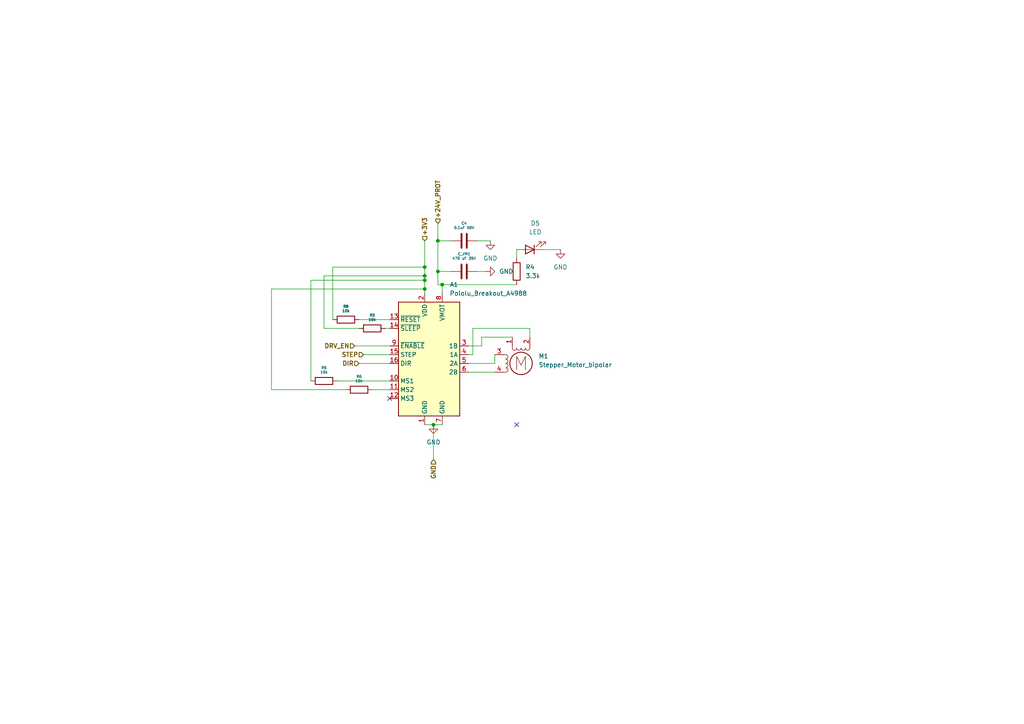
<source format=kicad_sch>
(kicad_sch (version 20250114) (generator "eeschema") (generator_version "9.0")
  (paper "A4")
  (lib_symbols
    (symbol "Device:C" (pin_numbers (hide yes)) (pin_names (offset 0.254))
      (property "Reference" "C" (at 0.635 2.54 0))
      (property "Value" "C" (at 0.635 -2.54 0))
      (symbol "C_0_1"
        (polyline (pts (xy -2.032 0.762) (xy 2.032 0.762)) (stroke (width 0.508)))
        (polyline (pts (xy -2.032 -0.762) (xy 2.032 -0.762)) (stroke (width 0.508)))
      )
      (symbol "C_1_1"
        (pin passive line (at 0 3.81 270) (length 2.794) (name "~") (number "1"))
        (pin passive line (at 0 -3.81 90) (length 2.794) (name "~") (number "2"))
      )
    )
    (symbol "Device:LED" (pin_numbers (hide yes)) (pin_names (offset 1.016) (hide yes))
      (property "Reference" "D" (at 0 2.54 0))
      (property "Value" "LED" (at 0 -2.54 0))
      (symbol "LED_0_1"
        (polyline (pts (xy -3.048 -0.762) (xy -4.572 -2.286) (xy -3.81 -2.286) (xy -4.572 -2.286) (xy -4.572 -1.524)))
        (polyline (pts (xy -1.778 -0.762) (xy -3.302 -2.286) (xy -2.54 -2.286) (xy -3.302 -2.286) (xy -3.302 -1.524)))
        (polyline (pts (xy -1.27 0) (xy 1.27 0)))
        (polyline (pts (xy -1.27 -1.27) (xy -1.27 1.27)) (stroke (width 0.254)))
        (polyline (pts (xy 1.27 -1.27) (xy 1.27 1.27) (xy -1.27 0) (xy 1.27 -1.27)) (stroke (width 0.254)))
      )
      (symbol "LED_1_1"
        (pin passive line (at -3.81 0 0) (length 2.54) (name "K") (number "1"))
        (pin passive line (at 3.81 0 180) (length 2.54) (name "A") (number "2"))
      )
    )
    (symbol "Device:R" (pin_numbers (hide yes)) (pin_names (offset 0))
      (property "Reference" "R" (at 2.032 0 90))
      (property "Value" "R" (at 0 0 90))
      (symbol "R_0_1"
        (rectangle (start -1.016 -2.54) (end 1.016 2.54) (stroke (width 0.254)))
      )
      (symbol "R_1_1"
        (pin passive line (at 0 3.81 270) (length 1.27) (name "~") (number "1"))
        (pin passive line (at 0 -3.81 90) (length 1.27) (name "~") (number "2"))
      )
    )
    (symbol "Driver_Motor:Pololu_Breakout_A4988"
      (property "Reference" "A" (at -2.54 19.05 0))
      (property "Value" "Pololu_Breakout_A4988" (at -2.54 16.51 0))
      (symbol "Pololu_Breakout_A4988_0_1"
        (rectangle (start 10.16 -17.78) (end -7.62 15.24) (stroke (width 0.254)) (fill (type background)))
      )
      (symbol "Pololu_Breakout_A4988_1_1"
        (pin input line (at -10.16 10.16 0) (length 2.54) (name "~{RESET}") (number "13"))
        (pin input line (at -10.16 7.62 0) (length 2.54) (name "~{SLEEP}") (number "14"))
        (pin input line (at -10.16 2.54 0) (length 2.54) (name "~{ENABLE}") (number "9"))
        (pin input line (at -10.16 0 0) (length 2.54) (name "STEP") (number "15"))
        (pin input line (at -10.16 -2.54 0) (length 2.54) (name "DIR") (number "16"))
        (pin input line (at -10.16 -7.62 0) (length 2.54) (name "MS1") (number "10"))
        (pin input line (at -10.16 -10.16 0) (length 2.54) (name "MS2") (number "11"))
        (pin input line (at -10.16 -12.7 0) (length 2.54) (name "MS3") (number "12"))
        (pin power_in line (at 0 17.78 270) (length 2.54) (name "VDD") (number "2"))
        (pin power_in line (at 0 -20.32 90) (length 2.54) (name "GND") (number "1"))
        (pin power_in line (at 5.08 17.78 270) (length 2.54) (name "VMOT") (number "8"))
        (pin power_in line (at 5.08 -20.32 90) (length 2.54) (name "GND") (number "7"))
        (pin output line (at 12.7 2.54 180) (length 2.54) (name "1B") (number "3"))
        (pin output line (at 12.7 0 180) (length 2.54) (name "1A") (number "4"))
        (pin output line (at 12.7 -2.54 180) (length 2.54) (name "2A") (number "5"))
        (pin output line (at 12.7 -5.08 180) (length 2.54) (name "2B") (number "6"))
      )
    )
    (symbol "Motor:Stepper_Motor_bipolar" (pin_names (offset 0) (hide yes))
      (property "Reference" "M" (at 3.81 2.54 0))
      (property "Value" "Stepper_Motor_bipolar" (at 3.81 1.27 0))
      (symbol "Stepper_Motor_bipolar_0_0"
        (polyline (pts (xy -1.27 -1.778) (xy -1.27 2.032) (xy 0 -0.508) (xy 1.27 2.032) (xy 1.27 -1.778)))
      )
      (symbol "Stepper_Motor_bipolar_0_1"
        (polyline (pts (xy -5.08 2.54) (xy -4.445 2.54)))
        (polyline (pts (xy -5.08 -2.54) (xy -4.445 -2.54)))
        (arc (start -4.445 2.54) (mid -3.8127 1.905) (end -4.445 1.27))
        (arc (start -4.445 1.27) (mid -3.8127 0.635) (end -4.445 0))
        (arc (start -4.445 0) (mid -3.8127 -0.635) (end -4.445 -1.27))
        (arc (start -4.445 -1.27) (mid -3.8127 -1.905) (end -4.445 -2.54))
        (polyline (pts (xy -2.54 5.08) (xy -2.54 4.445)))
        (arc (start -1.27 4.445) (mid -1.905 3.8127) (end -2.54 4.445))
        (arc (start 0 4.445) (mid -0.635 3.8127) (end -1.27 4.445))
        (circle (center 0 0) (radius 3.2512) (stroke (width 0.254)))
        (arc (start 1.27 4.445) (mid 0.635 3.8127) (end 0 4.445))
        (arc (start 2.54 4.445) (mid 1.905 3.8127) (end 1.27 4.445))
        (polyline (pts (xy 2.54 5.08) (xy 2.54 4.445)))
      )
      (symbol "Stepper_Motor_bipolar_1_1"
        (pin passive line (at -7.62 2.54 0) (length 2.54) (name "~") (number "3"))
        (pin passive line (at -7.62 -2.54 0) (length 2.54) (name "~") (number "4"))
        (pin passive line (at -2.54 7.62 270) (length 2.54) (name "~") (number "1"))
        (pin passive line (at 2.54 7.62 270) (length 2.54) (name "-") (number "2"))
      )
    )
    (symbol "power:GND" (power) (pin_numbers (hide yes)) (pin_names (offset 0) (hide yes))
      (property "Value" "GND" (at 0 -3.81 0))
      (symbol "GND_0_1"
        (polyline (pts (xy 0 0) (xy 0 -1.27) (xy 1.27 -1.27) (xy 0 -2.54) (xy -1.27 -1.27) (xy 0 -1.27)))
      )
      (symbol "GND_1_1"
        (pin power_in line (at 0 0 270) (length 0) (name "~") (number "1"))
      )
    )
  )
  (junction (at 128.27 82.55))
  (junction (at 127 78.74))
  (junction (at 123.19 77.47))
  (junction (at 123.19 80.01))
  (junction (at 123.19 81.28))
  (junction (at 123.19 83.82))
  (junction (at 127 69.85))
  (junction (at 125.73 123.19))
  (no_connect (at 113.03 115.57))
  (no_connect (at 149.86 123.19))
  (wire (pts (xy 137.16 95.25) (xy 153.67 95.25)))
  (wire (pts (xy 137.16 102.87) (xy 137.16 95.25)))
  (wire (pts (xy 96.52 77.47) (xy 123.19 77.47)))
  (wire (pts (xy 123.19 69.85) (xy 123.19 77.47)))
  (wire (pts (xy 78.74 113.03) (xy 78.74 83.82)))
  (wire (pts (xy 97.79 110.49) (xy 113.03 110.49)))
  (wire (pts (xy 104.14 95.25) (xy 93.98 95.25)))
  (wire (pts (xy 127 78.74) (xy 130.81 78.74)))
  (wire (pts (xy 111.76 95.25) (xy 113.03 95.25)))
  (wire (pts (xy 105.41 102.87) (xy 113.03 102.87)))
  (wire (pts (xy 78.74 83.82) (xy 123.19 83.82)))
  (wire (pts (xy 125.73 123.19) (xy 125.73 133.35)))
  (wire (pts (xy 125.73 123.19) (xy 128.27 123.19)))
  (wire (pts (xy 104.14 105.41) (xy 113.03 105.41)))
  (wire (pts (xy 123.19 123.19) (xy 125.73 123.19)))
  (wire (pts (xy 100.33 113.03) (xy 78.74 113.03)))
  (wire (pts (xy 138.43 78.74) (xy 140.97 78.74)))
  (wire (pts (xy 96.52 92.71) (xy 96.52 77.47)))
  (wire (pts (xy 102.87 100.33) (xy 113.03 100.33)))
  (wire (pts (xy 135.89 105.41) (xy 143.51 105.41)))
  (wire (pts (xy 123.19 77.47) (xy 123.19 80.01)))
  (wire (pts (xy 127 69.85) (xy 127 78.74)))
  (wire (pts (xy 135.89 102.87) (xy 137.16 102.87)))
  (wire (pts (xy 104.14 92.71) (xy 113.03 92.71)))
  (wire (pts (xy 149.86 72.39) (xy 149.86 74.93)))
  (wire (pts (xy 139.7 97.79) (xy 148.59 97.79)))
  (wire (pts (xy 123.19 80.01) (xy 123.19 81.28)))
  (wire (pts (xy 123.19 83.82) (xy 123.19 85.09)))
  (wire (pts (xy 143.51 105.41) (xy 143.51 102.87)))
  (wire (pts (xy 127 64.77) (xy 127 69.85)))
  (wire (pts (xy 127 69.85) (xy 130.81 69.85)))
  (wire (pts (xy 128.27 82.55) (xy 149.86 82.55)))
  (wire (pts (xy 107.95 113.03) (xy 113.03 113.03)))
  (wire (pts (xy 128.27 82.55) (xy 128.27 85.09)))
  (wire (pts (xy 90.17 81.28) (xy 123.19 81.28)))
  (wire (pts (xy 157.48 72.39) (xy 162.56 72.39)))
  (wire (pts (xy 135.89 107.95) (xy 143.51 107.95)))
  (wire (pts (xy 127 78.74) (xy 127 82.55)))
  (wire (pts (xy 123.19 81.28) (xy 123.19 83.82)))
  (wire (pts (xy 138.43 69.85) (xy 142.24 69.85)))
  (wire (pts (xy 153.67 95.25) (xy 153.67 97.79)))
  (wire (pts (xy 93.98 95.25) (xy 93.98 80.01)))
  (wire (pts (xy 93.98 80.01) (xy 123.19 80.01)))
  (wire (pts (xy 135.89 100.33) (xy 139.7 100.33)))
  (wire (pts (xy 127 82.55) (xy 128.27 82.55)))
  (wire (pts (xy 139.7 100.33) (xy 139.7 97.79)))
  (wire (pts (xy 90.17 110.49) (xy 90.17 81.28)))
  (hierarchical_label "+24V_PROT" (shape input) (at 127 64.77 90) (effects (font (thickness 0.254) (bold yes))))
  (hierarchical_label "DIR" (shape input) (at 104.14 105.41 180) (effects (font (thickness 0.254) (bold yes))))
  (hierarchical_label "DRV_EN" (shape input) (at 102.87 100.33 180) (effects (font (thickness 0.254) (bold yes))))
  (hierarchical_label "GND" (shape input) (at 125.73 133.35 270) (effects (font (thickness 0.254) (bold yes))))
  (hierarchical_label "+3V3" (shape input) (at 123.19 69.85 90) (effects (font (thickness 0.254) (bold yes))))
  (hierarchical_label "STEP" (shape input) (at 105.41 102.87 180) (effects (font (thickness 0.254) (bold yes))))
  (symbol (lib_id "Device:C") (at 134.62 78.74 90) (unit 1)
    (property "Reference" "C_VM1" (at 134.62 73.66 90) (effects (font (size 0.762 0.762))))
    (property "Value" "470 uF 35V" (at 134.62 74.93 90) (effects (font (size 0.762 0.762))))
    (property "Description" "Unpolarized capacitor" (effects (hide yes)))
  )
  (symbol (lib_id "power:GND") (at 142.24 69.85 0) (unit 1)
    (property "Reference" "#PWR08" (effects (hide yes)))
    (property "Value" "GND" (at 142.24 74.93 0))
    (property "Description" "Power symbol creates a global label with name \"GND\" , ground" (effects (hide yes)))
  )
  (symbol (lib_id "Device:C") (at 134.62 69.85 270) (unit 1)
    (property "Reference" "C4" (at 134.62 64.77 90) (effects (font (size 0.762 0.762))))
    (property "Value" "0.1uF 50V" (at 134.62 66.04 90) (effects (font (size 0.762 0.762))))
    (property "Description" "Unpolarized capacitor" (effects (hide yes)))
  )
  (symbol (lib_id "Motor:Stepper_Motor_bipolar") (at 151.13 105.41 0) (unit 1)
    (property "Reference" "M1" (at 156.21 103.289 0) (effects (justify left)))
    (property "Value" "Stepper_Motor_bipolar" (at 156.21 105.829 0) (effects (justify left)))
    (property "Datasheet" "http://www.infineon.com/dgdl/Application-Note-TLE8110EE_driving_UniPolarStepperMotor_V1.1.pdf?fileId=db3a30431be39b97011be5d0aa0a00b0" (effects (hide yes)))
    (property "Description" "4-wire bipolar stepper motor" (effects (hide yes)))
  )
  (symbol (lib_id "Driver_Motor:Pololu_Breakout_A4988") (at 123.19 102.87 0) (unit 1)
    (property "Reference" "A1" (at 130.4133 82.55 0) (effects (justify left)))
    (property "Value" "Pololu_Breakout_A4988" (at 130.4133 85.09 0) (effects (justify left)))
    (property "Footprint" "Module:Pololu_Breakout-16_15.2x20.3mm" (effects (hide yes)))
    (property "Datasheet" "https://www.pololu.com/product/2980/pictures" (effects (hide yes)))
    (property "Description" "Pololu Breakout Board, Stepper Driver A4988" (effects (hide yes)))
  )
  (symbol (lib_id "Device:LED") (at 153.67 72.39 180) (unit 1)
    (property "Reference" "D5" (at 155.2575 64.77 0))
    (property "Value" "LED" (at 155.2575 67.31 0))
    (property "Description" "Light emitting diode" (effects (hide yes)))
    (property "Sim.Pins" "1=K 2=A" (effects (hide yes)))
  )
  (symbol (lib_id "Device:R") (at 100.33 92.71 270) (unit 1)
    (property "Reference" "R8" (at 100.33 88.9 90) (effects (font (size 0.762 0.762))))
    (property "Value" "10k" (at 100.33 90.17 90) (effects (font (size 0.762 0.762))))
    (property "Description" "Resistor" (effects (hide yes)))
  )
  (symbol (lib_id "power:GND") (at 162.56 72.39 0) (unit 1)
    (property "Reference" "#PWR06" (effects (hide yes)))
    (property "Value" "GND" (at 162.56 77.47 0))
    (property "Description" "Power symbol creates a global label with name \"GND\" , ground" (effects (hide yes)))
  )
  (symbol (lib_id "Device:R") (at 107.95 95.25 90) (unit 1)
    (property "Reference" "R9" (at 107.95 91.44 90) (effects (font (size 0.762 0.762))))
    (property "Value" "10k" (at 107.95 92.71 90) (effects (font (size 0.762 0.762))))
    (property "Description" "Resistor" (effects (hide yes)))
  )
  (symbol (lib_id "Device:R") (at 93.98 110.49 270) (unit 1)
    (property "Reference" "R5" (at 93.98 106.68 90) (effects (font (size 0.762 0.762))))
    (property "Value" "10k" (at 93.98 107.95 90) (effects (font (size 0.762 0.762))))
    (property "Description" "Resistor" (effects (hide yes)))
  )
  (symbol (lib_id "Device:R") (at 149.86 78.74 0) (unit 1)
    (property "Reference" "R4" (at 152.4 77.4699 0) (effects (justify left)))
    (property "Value" "3.3k" (at 152.4 80.0099 0) (effects (justify left)))
    (property "Description" "Resistor" (effects (hide yes)))
  )
  (symbol (lib_id "power:GND") (at 125.73 123.19 0) (unit 1)
    (property "Reference" "#PWR05" (effects (hide yes)))
    (property "Value" "GND" (at 125.73 128.27 0))
    (property "Description" "Power symbol creates a global label with name \"GND\" , ground" (effects (hide yes)))
  )
  (symbol (lib_id "Device:R") (at 104.14 113.03 270) (unit 1)
    (property "Reference" "R6" (at 104.14 109.22 90) (effects (font (size 0.762 0.762))))
    (property "Value" "10k" (at 104.14 110.49 90) (effects (font (size 0.762 0.762))))
    (property "Description" "Resistor" (effects (hide yes)))
  )
  (symbol (lib_id "power:GND") (at 140.97 78.74 90) (unit 1)
    (property "Reference" "#PWR07" (effects (hide yes)))
    (property "Value" "GND" (at 144.78 78.7399 90) (effects (justify right)))
    (property "Description" "Power symbol creates a global label with name \"GND\" , ground" (effects (hide yes)))
  )
)
</source>
